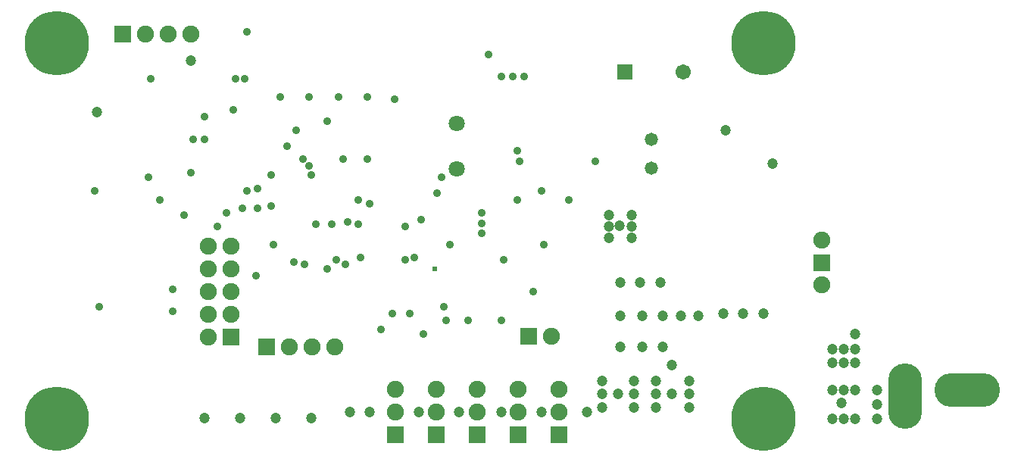
<source format=gbs>
G04 Layer_Color=16711935*
%FSLAX25Y25*%
%MOIN*%
G70*
G01*
G75*
%ADD100R,0.07493X0.07493*%
%ADD101C,0.07493*%
%ADD102R,0.07493X0.07493*%
%ADD103C,0.28359*%
%ADD104O,0.28800X0.14800*%
%ADD105O,0.14800X0.28800*%
%ADD106C,0.06706*%
%ADD107R,0.06706X0.06706*%
%ADD108C,0.07099*%
%ADD109C,0.03556*%
%ADD110C,0.02418*%
%ADD111C,0.04737*%
%ADD112C,0.05800*%
D100*
X322468Y205563D02*
D03*
X340469D02*
D03*
X358469D02*
D03*
X376468D02*
D03*
X394468D02*
D03*
X509842Y281339D02*
D03*
X250000Y248543D02*
D03*
D101*
X322468Y215563D02*
D03*
Y225563D02*
D03*
X340469Y215563D02*
D03*
Y225563D02*
D03*
X358469Y215563D02*
D03*
Y225563D02*
D03*
X376468Y215563D02*
D03*
Y225563D02*
D03*
X394468Y215563D02*
D03*
Y225563D02*
D03*
X295590Y244094D02*
D03*
X285591D02*
D03*
X275590D02*
D03*
X509842Y291339D02*
D03*
Y271496D02*
D03*
X232441Y381890D02*
D03*
X222441D02*
D03*
X212441D02*
D03*
X240000Y288543D02*
D03*
X250000D02*
D03*
X240000Y278543D02*
D03*
X250000D02*
D03*
X240000Y268543D02*
D03*
X250000D02*
D03*
X240000Y258543D02*
D03*
X250000D02*
D03*
X240000Y248543D02*
D03*
X390905Y249016D02*
D03*
D102*
X265591Y244094D02*
D03*
X202441Y381890D02*
D03*
X380906Y249016D02*
D03*
D103*
X173228Y377953D02*
D03*
Y212598D02*
D03*
X484252D02*
D03*
Y377953D02*
D03*
D104*
X573819Y225394D02*
D03*
D105*
X546569Y222494D02*
D03*
D106*
X448819Y365158D02*
D03*
D107*
X423228D02*
D03*
D108*
X349410Y342677D02*
D03*
Y322677D02*
D03*
D109*
X342520Y318898D02*
D03*
X340551Y312008D02*
D03*
X310039Y354331D02*
D03*
X297244D02*
D03*
X321850Y353346D02*
D03*
X278543Y339567D02*
D03*
X267717Y306102D02*
D03*
X311024Y307087D02*
D03*
X224410Y269685D02*
D03*
X244094Y297244D02*
D03*
X261811Y305118D02*
D03*
Y313976D02*
D03*
X224410Y259842D02*
D03*
X306102Y309055D02*
D03*
X229331Y302165D02*
D03*
X268701Y289370D02*
D03*
X260827Y275590D02*
D03*
X294291Y298228D02*
D03*
X277559Y281496D02*
D03*
X248031Y303150D02*
D03*
X254921Y305118D02*
D03*
X301181Y299213D02*
D03*
X292323Y343504D02*
D03*
X299213Y326772D02*
D03*
X310044Y326776D02*
D03*
X326772Y297244D02*
D03*
X376969Y325787D02*
D03*
X410433D02*
D03*
X346457Y289370D02*
D03*
X387795D02*
D03*
X306102Y298228D02*
D03*
X333661Y300197D02*
D03*
X375984Y330709D02*
D03*
X287402Y298228D02*
D03*
X296260Y282480D02*
D03*
X300197Y280512D02*
D03*
X282480D02*
D03*
X285433Y319882D02*
D03*
X370079Y282480D02*
D03*
X360236Y303150D02*
D03*
Y294291D02*
D03*
Y298721D02*
D03*
X378937Y363189D02*
D03*
X374016D02*
D03*
X369094D02*
D03*
X363189Y373031D02*
D03*
X284449Y323819D02*
D03*
X281496Y326772D02*
D03*
X307087Y283465D02*
D03*
X330709D02*
D03*
X238189Y345472D02*
D03*
Y335630D02*
D03*
X292323Y278543D02*
D03*
X326772Y282480D02*
D03*
X334646Y250000D02*
D03*
X354331Y255906D02*
D03*
X343504Y261811D02*
D03*
X344488Y255906D02*
D03*
X320866Y258858D02*
D03*
X328740D02*
D03*
X369094Y255906D02*
D03*
X382874Y268701D02*
D03*
X315945Y251969D02*
D03*
X271654Y354331D02*
D03*
X267717Y319882D02*
D03*
X284449Y354331D02*
D03*
X274606Y332677D02*
D03*
X213583Y318898D02*
D03*
X232283Y320866D02*
D03*
X189961Y312992D02*
D03*
X256890D02*
D03*
X251969Y362205D02*
D03*
X255906D02*
D03*
X250984Y348425D02*
D03*
X233268Y335630D02*
D03*
X256890Y382874D02*
D03*
X375984Y309055D02*
D03*
X398622D02*
D03*
X386811Y312992D02*
D03*
X214567Y362205D02*
D03*
X191929Y261811D02*
D03*
X218504Y309055D02*
D03*
D110*
X339567Y278543D02*
D03*
D111*
X514764Y225394D02*
D03*
Y212598D02*
D03*
X524606Y250000D02*
D03*
X519685Y243307D02*
D03*
X524606D02*
D03*
X514764Y237205D02*
D03*
X519685D02*
D03*
X524606D02*
D03*
X416339Y292323D02*
D03*
Y297244D02*
D03*
Y302165D02*
D03*
X421102Y297638D02*
D03*
X426181Y297244D02*
D03*
Y302165D02*
D03*
Y292323D02*
D03*
X514764Y243110D02*
D03*
X518701Y219488D02*
D03*
X524606Y225394D02*
D03*
Y212598D02*
D03*
X519685Y225394D02*
D03*
Y212598D02*
D03*
X534449Y225394D02*
D03*
Y212598D02*
D03*
Y218996D02*
D03*
X332677Y215551D02*
D03*
X369094D02*
D03*
X386811Y215563D02*
D03*
X406496Y215551D02*
D03*
X413386Y223425D02*
D03*
X427165D02*
D03*
X413386Y229331D02*
D03*
Y217520D02*
D03*
X427165Y229331D02*
D03*
Y217520D02*
D03*
X443898Y223425D02*
D03*
X437008D02*
D03*
Y217520D02*
D03*
Y229331D02*
D03*
X451772D02*
D03*
Y223425D02*
D03*
Y217520D02*
D03*
X443898Y236221D02*
D03*
X447835Y257874D02*
D03*
X475394Y258858D02*
D03*
X455709Y257874D02*
D03*
X439961Y244094D02*
D03*
X421260D02*
D03*
X431102D02*
D03*
X439961Y257874D02*
D03*
X421260D02*
D03*
Y272638D02*
D03*
X430118D02*
D03*
X438976D02*
D03*
X431102Y257874D02*
D03*
X466535Y258858D02*
D03*
X484252D02*
D03*
X238189Y212992D02*
D03*
X253937D02*
D03*
X269685D02*
D03*
X285433D02*
D03*
X302165Y215563D02*
D03*
X311024D02*
D03*
X350394Y215551D02*
D03*
X420276Y223425D02*
D03*
X488189Y324803D02*
D03*
X467520Y339567D02*
D03*
X190945Y347441D02*
D03*
X232283Y370079D02*
D03*
D112*
X435039Y322835D02*
D03*
Y335630D02*
D03*
M02*

</source>
